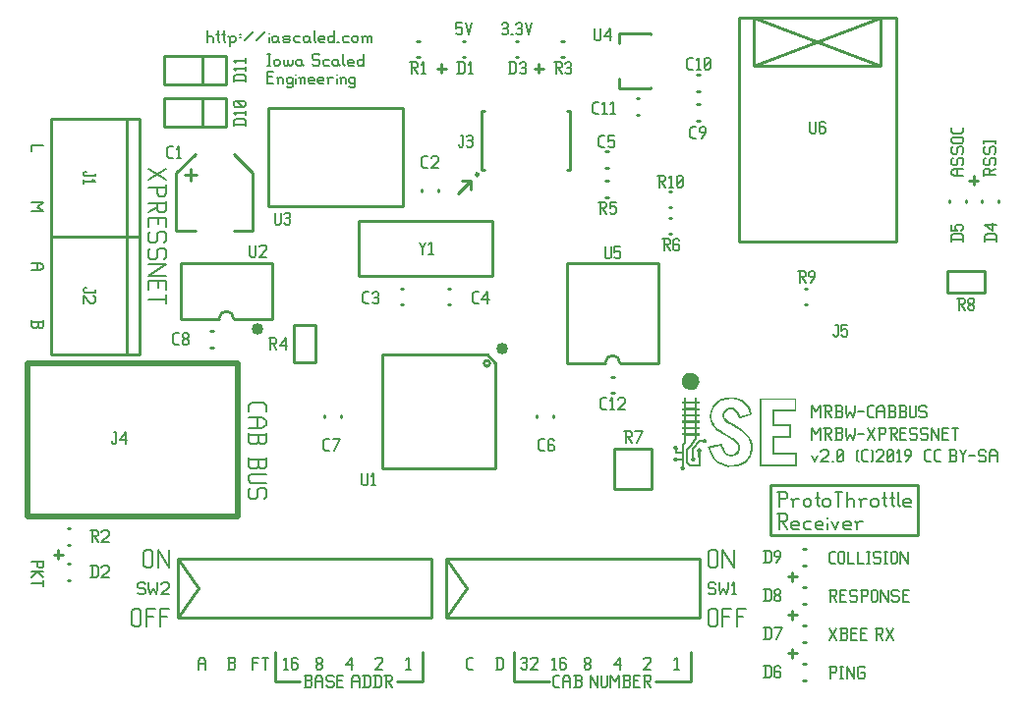
<source format=gbr>
G04 start of page 9 for group -4079 idx -4079 *
G04 Title: (unknown), topsilk *
G04 Creator: pcb 20140316 *
G04 CreationDate: Tue 26 Feb 2019 04:30:20 AM GMT UTC *
G04 For: railfan *
G04 Format: Gerber/RS-274X *
G04 PCB-Dimensions (mil): 3350.00 2300.00 *
G04 PCB-Coordinate-Origin: lower left *
%MOIN*%
%FSLAX25Y25*%
%LNTOPSILK*%
%ADD104C,0.0200*%
%ADD103C,0.0080*%
%ADD102C,0.0400*%
%ADD101C,0.0100*%
%ADD100C,0.0001*%
G54D100*G36*
X225441Y102782D02*X224556Y103069D01*
X223791Y103628D01*
X223243Y104360D01*
X222956Y105223D01*
X222918Y105863D01*
X222999Y106482D01*
X223309Y107247D01*
X223829Y107898D01*
X224676Y108473D01*
X225647Y108716D01*
X226656Y108629D01*
X227600Y108202D01*
X228153Y107697D01*
X228577Y107079D01*
X228810Y106395D01*
X228880Y105668D01*
X228772Y104941D01*
X228506Y104268D01*
X228099Y103720D01*
X227584Y103275D01*
X226982Y102955D01*
X226331Y102782D01*
X225880Y102760D01*
X225441Y102782D01*
G37*
G36*
X226607Y78623D02*X226325Y78812D01*
X226146Y79100D01*
X226141Y79534D01*
X226368Y79887D01*
X226499Y79979D01*
X226510Y80440D01*
X226515Y81552D01*
Y83126D01*
X227611Y84504D01*
X228701Y85887D01*
X230031D01*
X230117Y86007D01*
X230345Y86202D01*
X230497Y86267D01*
X230703Y86278D01*
X230904Y86272D01*
X231056Y86202D01*
X231278Y86012D01*
X231414Y85768D01*
X231430Y85486D01*
X231365Y85214D01*
X231089Y84927D01*
X230703Y84813D01*
X230145Y85062D01*
X230020Y85198D01*
X229032D01*
X228115Y84043D01*
X227204Y82887D01*
Y79990D01*
X227307Y79919D01*
X227567Y79523D01*
X227535Y79024D01*
X227150Y78650D01*
X226607Y78617D01*
Y78623D01*
G37*
G36*
X249470Y88535D02*X250110Y88540D01*
X250104Y77641D01*
X261530D01*
Y80798D01*
X253756D01*
Y87319D01*
X259441D01*
Y90488D01*
X253756D01*
Y96271D01*
X261216D01*
Y99440D01*
X250121D01*
X250110Y88540D01*
X249470Y88535D01*
Y100064D01*
X261850D01*
Y95653D01*
X254390D01*
Y91133D01*
X260071D01*
Y86723D01*
X254407D01*
X254396Y84091D01*
X254390Y81460D01*
X262154D01*
Y77022D01*
X249470D01*
Y88535D01*
G37*
G36*
X238885Y76729D02*X237067Y77071D01*
X235483Y77793D01*
X234376Y78671D01*
X233432Y79778D01*
X232570Y81341D01*
X231924Y83196D01*
X231826Y83565D01*
X234246Y84081D01*
X235179Y84281D01*
X235955Y84444D01*
X236481Y84547D01*
X236682Y84580D01*
X236736Y84368D01*
X236785Y84118D01*
X236867Y83782D01*
X237230Y82757D01*
X237745Y81932D01*
X238391Y81324D01*
X239162Y80961D01*
X239400Y80918D01*
X239796Y80901D01*
X240187Y80918D01*
X240442Y80961D01*
X241462Y81547D01*
X242021Y82583D01*
X242075Y83212D01*
X242021Y83809D01*
X242623Y83983D01*
X242661Y82567D01*
X242303Y81617D01*
X241673Y80885D01*
X240816Y80424D01*
X239780Y80256D01*
X238451Y80559D01*
X237382Y81384D01*
X236590Y82627D01*
X236389Y83153D01*
X236243Y83657D01*
X236194Y83826D01*
X236145Y83842D01*
X235993Y83815D01*
X235635Y83739D01*
X235109Y83625D01*
X234479Y83489D01*
X233329Y83245D01*
X232792Y83126D01*
X232629Y83077D01*
Y83044D01*
X232678Y82860D01*
X232803Y82491D01*
X232949Y82084D01*
X233074Y81758D01*
X234072Y79979D01*
X235358Y78650D01*
X236932Y77782D01*
X238803Y77364D01*
X239199Y77353D01*
X239747D01*
X240295Y77369D01*
X240718Y77402D01*
X242048Y77657D01*
X243209Y78091D01*
X244109Y78623D01*
X244863Y79279D01*
X245466Y80060D01*
X245932Y80966D01*
X246160Y81661D01*
X246317Y82447D01*
X246366Y83402D01*
X246317Y84336D01*
X246090Y85323D01*
X245732Y86213D01*
X245211Y87032D01*
X244527Y87813D01*
X243827Y88459D01*
X243019Y89056D01*
X241945Y89717D01*
X240453Y90547D01*
X239308Y91182D01*
X238516Y91660D01*
X237963Y92061D01*
X237534Y92463D01*
X236986Y93249D01*
X236818Y94117D01*
X236964Y95159D01*
X237398Y95973D01*
X238103Y96537D01*
X239058Y96819D01*
X239639Y96836D01*
X240214Y96770D01*
X240984Y96477D01*
X241652Y95951D01*
X242227Y95186D01*
X242721Y94166D01*
X242807Y93966D01*
X242867Y93922D01*
X243030Y93971D01*
X243409Y94074D01*
X243919Y94226D01*
X244505Y94394D01*
X245081Y94562D01*
X245580Y94714D01*
X245938Y94817D01*
X246079Y94861D01*
X246052Y94985D01*
X245965Y95262D01*
X245840Y95604D01*
X245721Y95919D01*
X245043Y97134D01*
X244153Y98138D01*
X243079Y98913D01*
X241825Y99440D01*
X240068Y99743D01*
X238147Y99657D01*
X236400Y99196D01*
X235000Y98360D01*
X234300Y97633D01*
X233758Y96749D01*
X233389Y95723D01*
X233188Y94573D01*
X233161Y93797D01*
X233199Y93087D01*
X233438Y92105D01*
X233877Y91199D01*
X234517Y90358D01*
X235380Y89566D01*
X235922Y89159D01*
X236552Y88746D01*
X237355Y88269D01*
X238440Y87661D01*
X239167Y87260D01*
X239709Y86951D01*
X240133Y86696D01*
X240507Y86457D01*
X241939Y85247D01*
X242623Y83983D01*
X242021Y83809D01*
X241424Y84878D01*
X240165Y85925D01*
X239802Y86158D01*
X239395Y86403D01*
X238879Y86696D01*
X238185Y87075D01*
X236807Y87851D01*
X235792Y88480D01*
X235017Y89045D01*
X234360Y89625D01*
X233611Y90466D01*
X233074Y91350D01*
X232656Y92533D01*
X232526Y93846D01*
X232618Y95132D01*
X232911Y96331D01*
X233671Y97855D01*
X234832Y99038D01*
X236362Y99863D01*
X238234Y100302D01*
X239693Y100384D01*
X241077Y100259D01*
X242352Y99933D01*
X243491Y99407D01*
X244630Y98561D01*
X245569Y97476D01*
X246296Y96174D01*
X246789Y94671D01*
X246849Y94416D01*
X244647Y93776D01*
X243784Y93532D01*
X243079Y93331D01*
X242601Y93201D01*
X242422Y93157D01*
X242346Y93358D01*
X242118Y93960D01*
X241858Y94535D01*
X241098Y95604D01*
X240149Y96136D01*
X239514Y96201D01*
X238863Y96152D01*
X238006Y95680D01*
X237669Y95219D01*
X237485Y94622D01*
X237447Y94139D01*
X237485Y93727D01*
X237832Y93076D01*
X238559Y92408D01*
X238912Y92164D01*
X239351Y91888D01*
X239926Y91562D01*
X240697Y91139D01*
X241565Y90667D01*
X242248Y90282D01*
X242807Y89951D01*
X243285Y89642D01*
X244511Y88714D01*
X245477Y87726D01*
X246204Y86674D01*
X246692Y85534D01*
X246968Y84162D01*
X246974Y82730D01*
X246719Y81330D01*
X246209Y80066D01*
X245412Y78948D01*
X244370Y78037D01*
X243100Y77359D01*
X241635Y76914D01*
X240257Y76740D01*
X238885Y76735D01*
Y76729D01*
G37*
G36*
X223043Y75709D02*X222647Y75980D01*
X222511Y76425D01*
X222565Y76740D01*
X222761Y76990D01*
X222891Y77104D01*
Y78986D01*
X222218D01*
X221741Y78981D01*
X221545Y78964D01*
X221453Y78840D01*
X221100Y78617D01*
X220672D01*
X220373Y78807D01*
X220189Y79100D01*
X220162Y79431D01*
X220270Y79724D01*
X220487Y79946D01*
X220802Y80066D01*
X221182Y80012D01*
X221491Y79773D01*
X221556Y79675D01*
X222224D01*
X222891Y79670D01*
Y81167D01*
X220558D01*
Y81900D01*
X220553Y82627D01*
X220455Y82697D01*
X220287Y82876D01*
X220178Y83093D01*
X220189Y83527D01*
X220373Y83815D01*
X220661Y83994D01*
X220997Y84026D01*
X221290Y83923D01*
X221513Y83701D01*
X221632Y83381D01*
X221578Y83006D01*
X221339Y82697D01*
X221242Y82627D01*
Y81851D01*
X222891D01*
Y84156D01*
X223357Y84748D01*
X223829Y85339D01*
Y87406D01*
X222918D01*
Y88193D01*
X227302D01*
Y89566D01*
X224486D01*
Y88193D01*
X223829D01*
Y89566D01*
X222918D01*
Y90325D01*
X223819D01*
Y91692D01*
X224502Y91719D01*
X224497Y91057D01*
X224491Y90586D01*
X224502Y90368D01*
X224567Y90358D01*
X224790Y90347D01*
X225224Y90341D01*
X225907Y90336D01*
X227302D01*
Y91719D01*
X224502D01*
X223819Y91692D01*
X222918D01*
Y92452D01*
X223829D01*
X224486Y92479D01*
X227302D01*
Y93852D01*
X224486D01*
Y92479D01*
X223829Y92452D01*
Y93824D01*
X222918D01*
Y94584D01*
X223819D01*
X223829Y95962D01*
X224486Y96005D01*
Y95327D01*
X224491Y94844D01*
X224508Y94627D01*
X224920Y94617D01*
X225907Y94611D01*
X227291D01*
X227296Y95300D01*
Y95316D01*
X227307Y96005D01*
X224486D01*
X223829Y95962D01*
X222918D01*
Y96722D01*
X223819D01*
Y98094D01*
X224502Y98148D01*
X224497Y97492D01*
X224491Y97015D01*
X224502Y96797D01*
X224567Y96787D01*
X224790Y96776D01*
X225224Y96770D01*
X225907Y96765D01*
X227307D01*
X227296Y97459D01*
X227291Y98148D01*
X224502D01*
X223819Y98094D01*
X222918D01*
Y98854D01*
X223829D01*
Y100096D01*
X224486D01*
Y98854D01*
X227302D01*
Y100096D01*
X227991D01*
Y98854D01*
X228902D01*
Y98094D01*
X227991D01*
Y96694D01*
X228902D01*
Y95935D01*
X227991D01*
Y94541D01*
X228902D01*
Y93781D01*
X227991D01*
Y92408D01*
X228902D01*
Y91649D01*
X227991D01*
Y90255D01*
X228902D01*
Y89495D01*
X227991D01*
Y88122D01*
X228902D01*
Y87336D01*
X227991D01*
X227985Y86750D01*
Y86158D01*
X226569Y84368D01*
X225148Y82583D01*
Y78574D01*
X226124Y77597D01*
X228544D01*
Y79719D01*
X228539Y80543D01*
Y81216D01*
X228533Y81672D01*
X228528Y81834D01*
X228403Y81927D01*
X228159Y82393D01*
X228294Y82909D01*
X228870Y83218D01*
X229472Y82947D01*
X229629Y82382D01*
X229331Y81872D01*
X229233Y81802D01*
Y76914D01*
X225842D01*
X224486Y78270D01*
Y82844D01*
X225896Y84623D01*
X227302Y86403D01*
Y87341D01*
X224486D01*
Y85003D01*
X223574Y83853D01*
Y77022D01*
X223640Y76990D01*
X223819Y76821D01*
X223949Y76588D01*
X223916Y76073D01*
X223569Y75693D01*
X223303Y75633D01*
X223043Y75644D01*
Y75709D01*
G37*
G54D101*X141500Y213500D02*Y210500D01*
X140000Y212000D02*X143000D01*
X174500Y213500D02*Y210500D01*
X173000Y212000D02*X176000D01*
G54D102*X79000Y123500D03*
G54D101*X151500Y174000D02*X147000Y169500D01*
X151500Y174000D02*Y171000D01*
X148500Y174000D02*X151500D01*
X126500Y4000D02*X135000D01*
Y14000D02*Y4000D01*
X85000D02*X93500D01*
X85000Y14000D02*Y4000D01*
X11500Y48500D02*Y45500D01*
X10000Y47000D02*X13000D01*
X166000Y4000D02*X178000D01*
X214000D02*X226000D01*
Y14000D02*Y4000D01*
X166000Y14000D02*Y4000D01*
G54D102*X162000Y117000D03*
G54D101*X303000Y53500D02*Y70500D01*
X253000D02*Y53500D01*
X303000D01*
Y70500D02*X253000D01*
X260500Y15000D02*Y12000D01*
X259000Y13500D02*X262000D01*
X260500Y28000D02*Y25000D01*
X259000Y26500D02*X262000D01*
X260500Y41000D02*Y38000D01*
X259000Y39500D02*X262000D01*
X320500Y174000D02*X323500D01*
X322000Y175500D02*Y172500D01*
G54D103*X59000Y11000D02*Y8000D01*
Y11000D02*X59700Y12000D01*
X60800D01*
X61500Y11000D01*
Y8000D01*
X59000Y10000D02*X61500D01*
X69000Y8000D02*X71000D01*
X71500Y8500D01*
Y9700D02*Y8500D01*
X71000Y10200D02*X71500Y9700D01*
X69500Y10200D02*X71000D01*
X69500Y12000D02*Y8000D01*
X69000Y12000D02*X71000D01*
X71500Y11500D01*
Y10700D01*
X71000Y10200D02*X71500Y10700D01*
X77500Y12000D02*Y8000D01*
Y12000D02*X79500D01*
X77500Y10200D02*X79000D01*
X80700Y12000D02*X82700D01*
X81700D02*Y8000D01*
X95000Y2000D02*X97000D01*
X97500Y2500D01*
Y3700D02*Y2500D01*
X97000Y4200D02*X97500Y3700D01*
X95500Y4200D02*X97000D01*
X95500Y6000D02*Y2000D01*
X95000Y6000D02*X97000D01*
X97500Y5500D01*
Y4700D01*
X97000Y4200D02*X97500Y4700D01*
X98700Y5000D02*Y2000D01*
Y5000D02*X99400Y6000D01*
X100500D01*
X101200Y5000D01*
Y2000D01*
X98700Y4000D02*X101200D01*
X104400Y6000D02*X104900Y5500D01*
X102900Y6000D02*X104400D01*
X102400Y5500D02*X102900Y6000D01*
X102400Y5500D02*Y4500D01*
X102900Y4000D01*
X104400D01*
X104900Y3500D01*
Y2500D01*
X104400Y2000D02*X104900Y2500D01*
X102900Y2000D02*X104400D01*
X102400Y2500D02*X102900Y2000D01*
X106100Y4200D02*X107600D01*
X106100Y2000D02*X108100D01*
X106100Y6000D02*Y2000D01*
Y6000D02*X108100D01*
X111100Y5000D02*Y2000D01*
Y5000D02*X111800Y6000D01*
X112900D01*
X113600Y5000D01*
Y2000D01*
X111100Y4000D02*X113600D01*
X115300Y6000D02*Y2000D01*
X116600Y6000D02*X117300Y5300D01*
Y2700D01*
X116600Y2000D02*X117300Y2700D01*
X114800Y2000D02*X116600D01*
X114800Y6000D02*X116600D01*
X119000D02*Y2000D01*
X120300Y6000D02*X121000Y5300D01*
Y2700D01*
X120300Y2000D02*X121000Y2700D01*
X118500Y2000D02*X120300D01*
X118500Y6000D02*X120300D01*
X122200D02*X124200D01*
X124700Y5500D01*
Y4500D01*
X124200Y4000D02*X124700Y4500D01*
X122700Y4000D02*X124200D01*
X122700Y6000D02*Y2000D01*
X123500Y4000D02*X124700Y2000D01*
X88000Y11200D02*X88800Y12000D01*
Y8000D01*
X88000D02*X89500D01*
X92200Y12000D02*X92700Y11500D01*
X91200Y12000D02*X92200D01*
X90700Y11500D02*X91200Y12000D01*
X90700Y11500D02*Y8500D01*
X91200Y8000D01*
X92200Y10200D02*X92700Y9700D01*
X90700Y10200D02*X92200D01*
X91200Y8000D02*X92200D01*
X92700Y8500D01*
Y9700D02*Y8500D01*
X99000D02*X99500Y8000D01*
X99000Y9300D02*Y8500D01*
Y9300D02*X99700Y10000D01*
X100300D01*
X101000Y9300D01*
Y8500D01*
X100500Y8000D02*X101000Y8500D01*
X99500Y8000D02*X100500D01*
X99000Y10700D02*X99700Y10000D01*
X99000Y11500D02*Y10700D01*
Y11500D02*X99500Y12000D01*
X100500D01*
X101000Y11500D01*
Y10700D01*
X100300Y10000D02*X101000Y10700D01*
X109000Y9500D02*X111000Y12000D01*
X109000Y9500D02*X111500D01*
X111000Y12000D02*Y8000D01*
X119000Y11500D02*X119500Y12000D01*
X121000D01*
X121500Y11500D01*
Y10500D01*
X119000Y8000D02*X121500Y10500D01*
X119000Y8000D02*X121500D01*
X129500Y11200D02*X130300Y12000D01*
Y8000D01*
X129500D02*X131000D01*
X36500Y27800D02*Y23300D01*
Y27800D02*X37250Y28550D01*
X38750D01*
X39500Y27800D01*
Y23300D01*
X38750Y22550D02*X39500Y23300D01*
X37250Y22550D02*X38750D01*
X36500Y23300D02*X37250Y22550D01*
X41300Y28550D02*Y22550D01*
Y28550D02*X44300D01*
X41300Y25850D02*X43550D01*
X46100Y28550D02*Y22550D01*
Y28550D02*X49100D01*
X46100Y25850D02*X48350D01*
X40500Y47800D02*Y43300D01*
Y47800D02*X41250Y48550D01*
X42750D01*
X43500Y47800D01*
Y43300D01*
X42750Y42550D02*X43500Y43300D01*
X41250Y42550D02*X42750D01*
X40500Y43300D02*X41250Y42550D01*
X45300Y48550D02*Y42550D01*
Y48550D02*X49050Y42550D01*
Y48550D02*Y42550D01*
X2500Y44500D02*X6500D01*
Y45000D02*Y43000D01*
X6000Y42500D01*
X5000D02*X6000D01*
X4500Y43000D02*X5000Y42500D01*
X4500Y44500D02*Y43000D01*
X2500Y41300D02*X6500D01*
X4500D02*X6500Y39300D01*
X4500Y41300D02*X2500Y39300D01*
X6500Y38100D02*Y36100D01*
X2500Y37100D02*X6500D01*
X76000Y97450D02*Y95500D01*
X77050Y98500D02*X76000Y97450D01*
X77050Y98500D02*X80950D01*
X82000Y97450D01*
Y95500D01*
X76000Y93700D02*X80500D01*
X82000Y92650D01*
Y91000D01*
X80500Y89950D01*
X76000D02*X80500D01*
X79000Y93700D02*Y89950D01*
X76000Y88150D02*Y85150D01*
X76750Y84400D01*
X78550D01*
X79300Y85150D02*X78550Y84400D01*
X79300Y87400D02*Y85150D01*
X76000Y87400D02*X82000D01*
Y88150D02*Y85150D01*
X81250Y84400D01*
X80050D02*X81250D01*
X79300Y85150D02*X80050Y84400D01*
X76000Y79900D02*Y76900D01*
X76750Y76150D01*
X78550D01*
X79300Y76900D02*X78550Y76150D01*
X79300Y79150D02*Y76900D01*
X76000Y79150D02*X82000D01*
Y79900D02*Y76900D01*
X81250Y76150D01*
X80050D02*X81250D01*
X79300Y76900D02*X80050Y76150D01*
X76750Y74350D02*X82000D01*
X76750D02*X76000Y73600D01*
Y72100D01*
X76750Y71350D01*
X82000D01*
Y66550D02*X81250Y65800D01*
X82000Y68800D02*Y66550D01*
X81250Y69550D02*X82000Y68800D01*
X79750Y69550D02*X81250D01*
X79750D02*X79000Y68800D01*
Y66550D01*
X78250Y65800D01*
X76750D02*X78250D01*
X76000Y66550D02*X76750Y65800D01*
X76000Y68800D02*Y66550D01*
X76750Y69550D02*X76000Y68800D01*
X146500Y227500D02*X148500D01*
X146500D02*Y225500D01*
X147000Y226000D01*
X148000D01*
X148500Y225500D01*
Y224000D01*
X148000Y223500D02*X148500Y224000D01*
X147000Y223500D02*X148000D01*
X146500Y224000D02*X147000Y223500D01*
X149700Y227500D02*X150700Y223500D01*
X151700Y227500D01*
X82500Y217000D02*X83500D01*
X83000D02*Y213000D01*
X82500D02*X83500D01*
X84700Y214500D02*Y213500D01*
Y214500D02*X85200Y215000D01*
X86200D01*
X86700Y214500D01*
Y213500D01*
X86200Y213000D02*X86700Y213500D01*
X85200Y213000D02*X86200D01*
X84700Y213500D02*X85200Y213000D01*
X87900Y215000D02*Y213500D01*
X88400Y213000D01*
X88900D01*
X89400Y213500D01*
Y215000D02*Y213500D01*
X89900Y213000D01*
X90400D01*
X90900Y213500D01*
Y215000D02*Y213500D01*
X93600Y215000D02*X94100Y214500D01*
X92600Y215000D02*X93600D01*
X92100Y214500D02*X92600Y215000D01*
X92100Y214500D02*Y213500D01*
X92600Y213000D01*
X94100Y215000D02*Y213500D01*
X94600Y213000D01*
X92600D02*X93600D01*
X94100Y213500D01*
X99600Y217000D02*X100100Y216500D01*
X98100Y217000D02*X99600D01*
X97600Y216500D02*X98100Y217000D01*
X97600Y216500D02*Y215500D01*
X98100Y215000D01*
X99600D01*
X100100Y214500D01*
Y213500D01*
X99600Y213000D02*X100100Y213500D01*
X98100Y213000D02*X99600D01*
X97600Y213500D02*X98100Y213000D01*
X101800Y215000D02*X103300D01*
X101300Y214500D02*X101800Y215000D01*
X101300Y214500D02*Y213500D01*
X101800Y213000D01*
X103300D01*
X106000Y215000D02*X106500Y214500D01*
X105000Y215000D02*X106000D01*
X104500Y214500D02*X105000Y215000D01*
X104500Y214500D02*Y213500D01*
X105000Y213000D01*
X106500Y215000D02*Y213500D01*
X107000Y213000D01*
X105000D02*X106000D01*
X106500Y213500D01*
X108200Y217000D02*Y213500D01*
X108700Y213000D01*
X110200D02*X111700D01*
X109700Y213500D02*X110200Y213000D01*
X109700Y214500D02*Y213500D01*
Y214500D02*X110200Y215000D01*
X111200D01*
X111700Y214500D01*
X109700Y214000D02*X111700D01*
Y214500D02*Y214000D01*
X114900Y217000D02*Y213000D01*
X114400D02*X114900Y213500D01*
X113400Y213000D02*X114400D01*
X112900Y213500D02*X113400Y213000D01*
X112900Y214500D02*Y213500D01*
Y214500D02*X113400Y215000D01*
X114400D01*
X114900Y214500D01*
X82500Y209200D02*X84000D01*
X82500Y207000D02*X84500D01*
X82500Y211000D02*Y207000D01*
Y211000D02*X84500D01*
X86200Y208500D02*Y207000D01*
Y208500D02*X86700Y209000D01*
X87200D01*
X87700Y208500D01*
Y207000D01*
X85700Y209000D02*X86200Y208500D01*
X90400Y209000D02*X90900Y208500D01*
X89400Y209000D02*X90400D01*
X88900Y208500D02*X89400Y209000D01*
X88900Y208500D02*Y207500D01*
X89400Y207000D01*
X90400D01*
X90900Y207500D01*
X88900Y206000D02*X89400Y205500D01*
X90400D01*
X90900Y206000D01*
Y209000D02*Y206000D01*
X92100Y210000D02*Y209900D01*
Y208500D02*Y207000D01*
X93600Y208500D02*Y207000D01*
Y208500D02*X94100Y209000D01*
X94600D01*
X95100Y208500D01*
Y207000D01*
X93100Y209000D02*X93600Y208500D01*
X96800Y207000D02*X98300D01*
X96300Y207500D02*X96800Y207000D01*
X96300Y208500D02*Y207500D01*
Y208500D02*X96800Y209000D01*
X97800D01*
X98300Y208500D01*
X96300Y208000D02*X98300D01*
Y208500D02*Y208000D01*
X100000Y207000D02*X101500D01*
X99500Y207500D02*X100000Y207000D01*
X99500Y208500D02*Y207500D01*
Y208500D02*X100000Y209000D01*
X101000D01*
X101500Y208500D01*
X99500Y208000D02*X101500D01*
Y208500D02*Y208000D01*
X103200Y208500D02*Y207000D01*
Y208500D02*X103700Y209000D01*
X104700D01*
X102700D02*X103200Y208500D01*
X105900Y210000D02*Y209900D01*
Y208500D02*Y207000D01*
X107400Y208500D02*Y207000D01*
Y208500D02*X107900Y209000D01*
X108400D01*
X108900Y208500D01*
Y207000D01*
X106900Y209000D02*X107400Y208500D01*
X111600Y209000D02*X112100Y208500D01*
X110600Y209000D02*X111600D01*
X110100Y208500D02*X110600Y209000D01*
X110100Y208500D02*Y207500D01*
X110600Y207000D01*
X111600D01*
X112100Y207500D01*
X110100Y206000D02*X110600Y205500D01*
X111600D01*
X112100Y206000D01*
Y209000D02*Y206000D01*
X2500Y186000D02*X6500D01*
X2500D02*Y184000D01*
Y166500D02*X6500D01*
X4500Y165000D01*
X6500Y163500D01*
X2500D02*X6500D01*
X2500Y146000D02*X5500D01*
X6500Y145300D01*
Y144200D01*
X5500Y143500D01*
X2500D02*X5500D01*
X4500Y146000D02*Y143500D01*
X2500Y126500D02*Y124500D01*
X3000Y124000D01*
X4200D01*
X4700Y124500D02*X4200Y124000D01*
X4700Y126000D02*Y124500D01*
X2500Y126000D02*X6500D01*
Y126500D02*Y124500D01*
X6000Y124000D01*
X5200D02*X6000D01*
X4700Y124500D02*X5200Y124000D01*
X42000Y178000D02*X48000Y174250D01*
Y178000D02*X42000Y174250D01*
Y171700D02*X48000D01*
Y172450D02*Y169450D01*
X47250Y168700D01*
X45750D02*X47250D01*
X45000Y169450D02*X45750Y168700D01*
X45000Y171700D02*Y169450D01*
X48000Y166900D02*Y163900D01*
X47250Y163150D01*
X45750D02*X47250D01*
X45000Y163900D02*X45750Y163150D01*
X45000Y166150D02*Y163900D01*
X42000Y166150D02*X48000D01*
X45000Y164950D02*X42000Y163150D01*
X45300Y161350D02*Y159100D01*
X42000Y161350D02*Y158350D01*
Y161350D02*X48000D01*
Y158350D01*
Y153550D02*X47250Y152800D01*
X48000Y155800D02*Y153550D01*
X47250Y156550D02*X48000Y155800D01*
X45750Y156550D02*X47250D01*
X45750D02*X45000Y155800D01*
Y153550D01*
X44250Y152800D01*
X42750D02*X44250D01*
X42000Y153550D02*X42750Y152800D01*
X42000Y155800D02*Y153550D01*
X42750Y156550D02*X42000Y155800D01*
X48000Y148000D02*X47250Y147250D01*
X48000Y150250D02*Y148000D01*
X47250Y151000D02*X48000Y150250D01*
X45750Y151000D02*X47250D01*
X45750D02*X45000Y150250D01*
Y148000D01*
X44250Y147250D01*
X42750D02*X44250D01*
X42000Y148000D02*X42750Y147250D01*
X42000Y150250D02*Y148000D01*
X42750Y151000D02*X42000Y150250D01*
Y145450D02*X48000D01*
X42000Y141700D01*
X48000D01*
X45300Y139900D02*Y137650D01*
X42000Y139900D02*Y136900D01*
Y139900D02*X48000D01*
Y136900D01*
Y135100D02*Y132100D01*
X42000Y133600D02*X48000D01*
X161957Y227000D02*X162457Y227500D01*
X163457D01*
X163957Y227000D01*
X163457Y223500D02*X163957Y224000D01*
X162457Y223500D02*X163457D01*
X161957Y224000D02*X162457Y223500D01*
Y225700D02*X163457D01*
X163957Y227000D02*Y226200D01*
Y225200D02*Y224000D01*
Y225200D02*X163457Y225700D01*
X163957Y226200D02*X163457Y225700D01*
X165157Y223500D02*X165657D01*
X166857Y227000D02*X167357Y227500D01*
X168357D01*
X168857Y227000D01*
X168357Y223500D02*X168857Y224000D01*
X167357Y223500D02*X168357D01*
X166857Y224000D02*X167357Y223500D01*
Y225700D02*X168357D01*
X168857Y227000D02*Y226200D01*
Y225200D02*Y224000D01*
Y225200D02*X168357Y225700D01*
X168857Y226200D02*X168357Y225700D01*
X170057Y227500D02*X171057Y223500D01*
X172057Y227500D01*
X62000Y225000D02*Y221000D01*
Y222500D02*X62500Y223000D01*
X63500D01*
X64000Y222500D01*
Y221000D01*
X65700Y225000D02*Y221500D01*
X66200Y221000D01*
X65200Y223500D02*X66200D01*
X67700Y225000D02*Y221500D01*
X68200Y221000D01*
X67200Y223500D02*X68200D01*
X69700Y222500D02*Y219500D01*
X69200Y223000D02*X69700Y222500D01*
X70200Y223000D01*
X71200D01*
X71700Y222500D01*
Y221500D01*
X71200Y221000D02*X71700Y221500D01*
X70200Y221000D02*X71200D01*
X69700Y221500D02*X70200Y221000D01*
X72900Y223500D02*X73400D01*
X72900Y222500D02*X73400D01*
X74600Y221500D02*X77600Y224500D01*
X78800Y221500D02*X81800Y224500D01*
X83000Y224000D02*Y223900D01*
Y222500D02*Y221000D01*
X85500Y223000D02*X86000Y222500D01*
X84500Y223000D02*X85500D01*
X84000Y222500D02*X84500Y223000D01*
X84000Y222500D02*Y221500D01*
X84500Y221000D01*
X86000Y223000D02*Y221500D01*
X86500Y221000D01*
X84500D02*X85500D01*
X86000Y221500D01*
X88200Y221000D02*X89700D01*
X90200Y221500D01*
X89700Y222000D02*X90200Y221500D01*
X88200Y222000D02*X89700D01*
X87700Y222500D02*X88200Y222000D01*
X87700Y222500D02*X88200Y223000D01*
X89700D01*
X90200Y222500D01*
X87700Y221500D02*X88200Y221000D01*
X91900Y223000D02*X93400D01*
X91400Y222500D02*X91900Y223000D01*
X91400Y222500D02*Y221500D01*
X91900Y221000D01*
X93400D01*
X96100Y223000D02*X96600Y222500D01*
X95100Y223000D02*X96100D01*
X94600Y222500D02*X95100Y223000D01*
X94600Y222500D02*Y221500D01*
X95100Y221000D01*
X96600Y223000D02*Y221500D01*
X97100Y221000D01*
X95100D02*X96100D01*
X96600Y221500D01*
X98300Y225000D02*Y221500D01*
X98800Y221000D01*
X100300D02*X101800D01*
X99800Y221500D02*X100300Y221000D01*
X99800Y222500D02*Y221500D01*
Y222500D02*X100300Y223000D01*
X101300D01*
X101800Y222500D01*
X99800Y222000D02*X101800D01*
Y222500D02*Y222000D01*
X105000Y225000D02*Y221000D01*
X104500D02*X105000Y221500D01*
X103500Y221000D02*X104500D01*
X103000Y221500D02*X103500Y221000D01*
X103000Y222500D02*Y221500D01*
Y222500D02*X103500Y223000D01*
X104500D01*
X105000Y222500D01*
X106200Y221000D02*X106700D01*
X108400Y223000D02*X109900D01*
X107900Y222500D02*X108400Y223000D01*
X107900Y222500D02*Y221500D01*
X108400Y221000D01*
X109900D01*
X111100Y222500D02*Y221500D01*
Y222500D02*X111600Y223000D01*
X112600D01*
X113100Y222500D01*
Y221500D01*
X112600Y221000D02*X113100Y221500D01*
X111600Y221000D02*X112600D01*
X111100Y221500D02*X111600Y221000D01*
X114800Y222500D02*Y221000D01*
Y222500D02*X115300Y223000D01*
X115800D01*
X116300Y222500D01*
Y221000D01*
Y222500D02*X116800Y223000D01*
X117300D01*
X117800Y222500D01*
Y221000D01*
X114300Y223000D02*X114800Y222500D01*
X160500Y12000D02*Y8000D01*
X161800Y12000D02*X162500Y11300D01*
Y8700D01*
X161800Y8000D02*X162500Y8700D01*
X160000Y8000D02*X161800D01*
X160000Y12000D02*X161800D01*
X168500Y11500D02*X169000Y12000D01*
X170000D01*
X170500Y11500D01*
X170000Y8000D02*X170500Y8500D01*
X169000Y8000D02*X170000D01*
X168500Y8500D02*X169000Y8000D01*
Y10200D02*X170000D01*
X170500Y11500D02*Y10700D01*
Y9700D02*Y8500D01*
Y9700D02*X170000Y10200D01*
X170500Y10700D02*X170000Y10200D01*
X171700Y11500D02*X172200Y12000D01*
X173700D01*
X174200Y11500D01*
Y10500D01*
X171700Y8000D02*X174200Y10500D01*
X171700Y8000D02*X174200D01*
X179000Y11200D02*X179800Y12000D01*
Y8000D01*
X179000D02*X180500D01*
X183200Y12000D02*X183700Y11500D01*
X182200Y12000D02*X183200D01*
X181700Y11500D02*X182200Y12000D01*
X181700Y11500D02*Y8500D01*
X182200Y8000D01*
X183200Y10200D02*X183700Y9700D01*
X181700Y10200D02*X183200D01*
X182200Y8000D02*X183200D01*
X183700Y8500D01*
Y9700D02*Y8500D01*
X150700Y8000D02*X152000D01*
X150000Y8700D02*X150700Y8000D01*
X150000Y11300D02*Y8700D01*
Y11300D02*X150700Y12000D01*
X152000D01*
X180200Y2000D02*X181500D01*
X179500Y2700D02*X180200Y2000D01*
X179500Y5300D02*Y2700D01*
Y5300D02*X180200Y6000D01*
X181500D01*
X182700Y5000D02*Y2000D01*
Y5000D02*X183400Y6000D01*
X184500D01*
X185200Y5000D01*
Y2000D01*
X182700Y4000D02*X185200D01*
X186400Y2000D02*X188400D01*
X188900Y2500D01*
Y3700D02*Y2500D01*
X188400Y4200D02*X188900Y3700D01*
X186900Y4200D02*X188400D01*
X186900Y6000D02*Y2000D01*
X186400Y6000D02*X188400D01*
X188900Y5500D01*
Y4700D01*
X188400Y4200D02*X188900Y4700D01*
X191900Y6000D02*Y2000D01*
Y6000D02*X194400Y2000D01*
Y6000D02*Y2000D01*
X195600Y6000D02*Y2500D01*
X196100Y2000D01*
X197100D01*
X197600Y2500D01*
Y6000D02*Y2500D01*
X198800Y6000D02*Y2000D01*
Y6000D02*X200300Y4000D01*
X201800Y6000D01*
Y2000D01*
X203000D02*X205000D01*
X205500Y2500D01*
Y3700D02*Y2500D01*
X205000Y4200D02*X205500Y3700D01*
X203500Y4200D02*X205000D01*
X203500Y6000D02*Y2000D01*
X203000Y6000D02*X205000D01*
X205500Y5500D01*
Y4700D01*
X205000Y4200D02*X205500Y4700D01*
X206700Y4200D02*X208200D01*
X206700Y2000D02*X208700D01*
X206700Y6000D02*Y2000D01*
Y6000D02*X208700D01*
X209900D02*X211900D01*
X212400Y5500D01*
Y4500D01*
X211900Y4000D02*X212400Y4500D01*
X210400Y4000D02*X211900D01*
X210400Y6000D02*Y2000D01*
X211200Y4000D02*X212400Y2000D01*
X190000Y8500D02*X190500Y8000D01*
X190000Y9300D02*Y8500D01*
Y9300D02*X190700Y10000D01*
X191300D01*
X192000Y9300D01*
Y8500D01*
X191500Y8000D02*X192000Y8500D01*
X190500Y8000D02*X191500D01*
X190000Y10700D02*X190700Y10000D01*
X190000Y11500D02*Y10700D01*
Y11500D02*X190500Y12000D01*
X191500D01*
X192000Y11500D01*
Y10700D01*
X191300Y10000D02*X192000Y10700D01*
X200000Y9500D02*X202000Y12000D01*
X200000Y9500D02*X202500D01*
X202000Y12000D02*Y8000D01*
X220500Y11200D02*X221300Y12000D01*
Y8000D01*
X220500D02*X222000D01*
X210000Y11500D02*X210500Y12000D01*
X212000D01*
X212500Y11500D01*
Y10500D01*
X210000Y8000D02*X212500Y10500D01*
X210000Y8000D02*X212500D01*
X273500Y9000D02*Y5000D01*
X273000Y9000D02*X275000D01*
X275500Y8500D01*
Y7500D01*
X275000Y7000D02*X275500Y7500D01*
X273500Y7000D02*X275000D01*
X276700Y9000D02*X277700D01*
X277200D02*Y5000D01*
X276700D02*X277700D01*
X278900Y9000D02*Y5000D01*
Y9000D02*X281400Y5000D01*
Y9000D02*Y5000D01*
X284600Y9000D02*X285100Y8500D01*
X283100Y9000D02*X284600D01*
X282600Y8500D02*X283100Y9000D01*
X282600Y8500D02*Y5500D01*
X283100Y5000D01*
X284600D01*
X285100Y5500D01*
Y6500D02*Y5500D01*
X284600Y7000D02*X285100Y6500D01*
X283600Y7000D02*X284600D01*
X232000Y27800D02*Y23300D01*
Y27800D02*X232750Y28550D01*
X234250D01*
X235000Y27800D01*
Y23300D01*
X234250Y22550D02*X235000Y23300D01*
X232750Y22550D02*X234250D01*
X232000Y23300D02*X232750Y22550D01*
X236800Y28550D02*Y22550D01*
Y28550D02*X239800D01*
X236800Y25850D02*X239050D01*
X241600Y28550D02*Y22550D01*
Y28550D02*X244600D01*
X241600Y25850D02*X243850D01*
X273000Y18000D02*X275500Y22000D01*
X273000D02*X275500Y18000D01*
X276700D02*X278700D01*
X279200Y18500D01*
Y19700D02*Y18500D01*
X278700Y20200D02*X279200Y19700D01*
X277200Y20200D02*X278700D01*
X277200Y22000D02*Y18000D01*
X276700Y22000D02*X278700D01*
X279200Y21500D01*
Y20700D01*
X278700Y20200D02*X279200Y20700D01*
X280400Y20200D02*X281900D01*
X280400Y18000D02*X282400D01*
X280400Y22000D02*Y18000D01*
Y22000D02*X282400D01*
X283600Y20200D02*X285100D01*
X283600Y18000D02*X285600D01*
X283600Y22000D02*Y18000D01*
Y22000D02*X285600D01*
X288600D02*X290600D01*
X291100Y21500D01*
Y20500D01*
X290600Y20000D02*X291100Y20500D01*
X289100Y20000D02*X290600D01*
X289100Y22000D02*Y18000D01*
X289900Y20000D02*X291100Y18000D01*
X292300D02*X294800Y22000D01*
X292300D02*X294800Y18000D01*
X232000Y47800D02*Y43300D01*
Y47800D02*X232750Y48550D01*
X234250D01*
X235000Y47800D01*
Y43300D01*
X234250Y42550D02*X235000Y43300D01*
X232750Y42550D02*X234250D01*
X232000Y43300D02*X232750Y42550D01*
X236800Y48550D02*Y42550D01*
Y48550D02*X240550Y42550D01*
Y48550D02*Y42550D01*
X255500Y60780D02*X258040D01*
X258675Y60145D01*
Y58875D01*
X258040Y58240D02*X258675Y58875D01*
X256135Y58240D02*X258040D01*
X256135Y60780D02*Y55700D01*
X257151Y58240D02*X258675Y55700D01*
X260834D02*X262739D01*
X260199Y56335D02*X260834Y55700D01*
X260199Y57605D02*Y56335D01*
Y57605D02*X260834Y58240D01*
X262104D01*
X262739Y57605D01*
X260199Y56970D02*X262739D01*
Y57605D02*Y56970D01*
X264898Y58240D02*X266803D01*
X264263Y57605D02*X264898Y58240D01*
X264263Y57605D02*Y56335D01*
X264898Y55700D01*
X266803D01*
X268962D02*X270867D01*
X268327Y56335D02*X268962Y55700D01*
X268327Y57605D02*Y56335D01*
Y57605D02*X268962Y58240D01*
X270232D01*
X270867Y57605D01*
X268327Y56970D02*X270867D01*
Y57605D02*Y56970D01*
X272391Y59510D02*Y59383D01*
Y57605D02*Y55700D01*
X273661Y58240D02*X274931Y55700D01*
X276201Y58240D02*X274931Y55700D01*
X278360D02*X280265D01*
X277725Y56335D02*X278360Y55700D01*
X277725Y57605D02*Y56335D01*
Y57605D02*X278360Y58240D01*
X279630D01*
X280265Y57605D01*
X277725Y56970D02*X280265D01*
Y57605D02*Y56970D01*
X282424Y57605D02*Y55700D01*
Y57605D02*X283059Y58240D01*
X284329D01*
X281789D02*X282424Y57605D01*
X256135Y68280D02*Y63200D01*
X255500Y68280D02*X258040D01*
X258675Y67645D01*
Y66375D01*
X258040Y65740D02*X258675Y66375D01*
X256135Y65740D02*X258040D01*
X260834Y65105D02*Y63200D01*
Y65105D02*X261469Y65740D01*
X262739D01*
X260199D02*X260834Y65105D01*
X264263D02*Y63835D01*
Y65105D02*X264898Y65740D01*
X266168D01*
X266803Y65105D01*
Y63835D01*
X266168Y63200D02*X266803Y63835D01*
X264898Y63200D02*X266168D01*
X264263Y63835D02*X264898Y63200D01*
X268962Y68280D02*Y63835D01*
X269597Y63200D01*
X268327Y66375D02*X269597D01*
X270867Y65105D02*Y63835D01*
Y65105D02*X271502Y65740D01*
X272772D01*
X273407Y65105D01*
Y63835D01*
X272772Y63200D02*X273407Y63835D01*
X271502Y63200D02*X272772D01*
X270867Y63835D02*X271502Y63200D01*
X274931Y68280D02*X277471D01*
X276201D02*Y63200D01*
X278995Y68280D02*Y63200D01*
Y65105D02*X279630Y65740D01*
X280900D01*
X281535Y65105D01*
Y63200D01*
X283694Y65105D02*Y63200D01*
Y65105D02*X284329Y65740D01*
X285599D01*
X283059D02*X283694Y65105D01*
X287123D02*Y63835D01*
Y65105D02*X287758Y65740D01*
X289028D01*
X289663Y65105D01*
Y63835D01*
X289028Y63200D02*X289663Y63835D01*
X287758Y63200D02*X289028D01*
X287123Y63835D02*X287758Y63200D01*
X291822Y68280D02*Y63835D01*
X292457Y63200D01*
X291187Y66375D02*X292457D01*
X294362Y68280D02*Y63835D01*
X294997Y63200D01*
X293727Y66375D02*X294997D01*
X296267Y68280D02*Y63835D01*
X296902Y63200D01*
X298807D02*X300712D01*
X298172Y63835D02*X298807Y63200D01*
X298172Y65105D02*Y63835D01*
Y65105D02*X298807Y65740D01*
X300077D01*
X300712Y65105D01*
X298172Y64470D02*X300712D01*
Y65105D02*Y64470D01*
X273700Y44000D02*X275000D01*
X273000Y44700D02*X273700Y44000D01*
X273000Y47300D02*Y44700D01*
Y47300D02*X273700Y48000D01*
X275000D01*
X276200Y47500D02*Y44500D01*
Y47500D02*X276700Y48000D01*
X277700D01*
X278200Y47500D01*
Y44500D01*
X277700Y44000D02*X278200Y44500D01*
X276700Y44000D02*X277700D01*
X276200Y44500D02*X276700Y44000D01*
X279400Y48000D02*Y44000D01*
X281400D01*
X282600Y48000D02*Y44000D01*
X284600D01*
X285800Y48000D02*X286800D01*
X286300D02*Y44000D01*
X285800D02*X286800D01*
X290000Y48000D02*X290500Y47500D01*
X288500Y48000D02*X290000D01*
X288000Y47500D02*X288500Y48000D01*
X288000Y47500D02*Y46500D01*
X288500Y46000D01*
X290000D01*
X290500Y45500D01*
Y44500D01*
X290000Y44000D02*X290500Y44500D01*
X288500Y44000D02*X290000D01*
X288000Y44500D02*X288500Y44000D01*
X291700Y48000D02*X292700D01*
X292200D02*Y44000D01*
X291700D02*X292700D01*
X293900Y47500D02*Y44500D01*
Y47500D02*X294400Y48000D01*
X295400D01*
X295900Y47500D01*
Y44500D01*
X295400Y44000D02*X295900Y44500D01*
X294400Y44000D02*X295400D01*
X293900Y44500D02*X294400Y44000D01*
X297100Y48000D02*Y44000D01*
Y48000D02*X299600Y44000D01*
Y48000D02*Y44000D01*
X273000Y35000D02*X275000D01*
X275500Y34500D01*
Y33500D01*
X275000Y33000D02*X275500Y33500D01*
X273500Y33000D02*X275000D01*
X273500Y35000D02*Y31000D01*
X274300Y33000D02*X275500Y31000D01*
X276700Y33200D02*X278200D01*
X276700Y31000D02*X278700D01*
X276700Y35000D02*Y31000D01*
Y35000D02*X278700D01*
X281900D02*X282400Y34500D01*
X280400Y35000D02*X281900D01*
X279900Y34500D02*X280400Y35000D01*
X279900Y34500D02*Y33500D01*
X280400Y33000D01*
X281900D01*
X282400Y32500D01*
Y31500D01*
X281900Y31000D02*X282400Y31500D01*
X280400Y31000D02*X281900D01*
X279900Y31500D02*X280400Y31000D01*
X284100Y35000D02*Y31000D01*
X283600Y35000D02*X285600D01*
X286100Y34500D01*
Y33500D01*
X285600Y33000D02*X286100Y33500D01*
X284100Y33000D02*X285600D01*
X287300Y34500D02*Y31500D01*
Y34500D02*X287800Y35000D01*
X288800D01*
X289300Y34500D01*
Y31500D01*
X288800Y31000D02*X289300Y31500D01*
X287800Y31000D02*X288800D01*
X287300Y31500D02*X287800Y31000D01*
X290500Y35000D02*Y31000D01*
Y35000D02*X293000Y31000D01*
Y35000D02*Y31000D01*
X296200Y35000D02*X296700Y34500D01*
X294700Y35000D02*X296200D01*
X294200Y34500D02*X294700Y35000D01*
X294200Y34500D02*Y33500D01*
X294700Y33000D01*
X296200D01*
X296700Y32500D01*
Y31500D01*
X296200Y31000D02*X296700Y31500D01*
X294700Y31000D02*X296200D01*
X294200Y31500D02*X294700Y31000D01*
X297900Y33200D02*X299400D01*
X297900Y31000D02*X299900D01*
X297900Y35000D02*Y31000D01*
Y35000D02*X299900D01*
X325500Y177500D02*Y175500D01*
Y177500D02*X326000Y178000D01*
X327000D01*
X327500Y177500D02*X327000Y178000D01*
X327500Y177500D02*Y176000D01*
X325500D02*X329500D01*
X327500Y176800D02*X329500Y178000D01*
X325500Y181200D02*X326000Y181700D01*
X325500Y181200D02*Y179700D01*
X326000Y179200D02*X325500Y179700D01*
X326000Y179200D02*X327000D01*
X327500Y179700D01*
Y181200D02*Y179700D01*
Y181200D02*X328000Y181700D01*
X329000D01*
X329500Y181200D02*X329000Y181700D01*
X329500Y181200D02*Y179700D01*
X329000Y179200D02*X329500Y179700D01*
X325500Y184900D02*X326000Y185400D01*
X325500Y184900D02*Y183400D01*
X326000Y182900D02*X325500Y183400D01*
X326000Y182900D02*X327000D01*
X327500Y183400D01*
Y184900D02*Y183400D01*
Y184900D02*X328000Y185400D01*
X329000D01*
X329500Y184900D02*X329000Y185400D01*
X329500Y184900D02*Y183400D01*
X329000Y182900D02*X329500Y183400D01*
X325500Y187600D02*Y186600D01*
Y187100D02*X329500D01*
Y187600D02*Y186600D01*
X315500Y175500D02*X318500D01*
X315500D02*X314500Y176200D01*
Y177300D02*Y176200D01*
Y177300D02*X315500Y178000D01*
X318500D01*
X316500D02*Y175500D01*
X314500Y181200D02*X315000Y181700D01*
X314500Y181200D02*Y179700D01*
X315000Y179200D02*X314500Y179700D01*
X315000Y179200D02*X316000D01*
X316500Y179700D01*
Y181200D02*Y179700D01*
Y181200D02*X317000Y181700D01*
X318000D01*
X318500Y181200D02*X318000Y181700D01*
X318500Y181200D02*Y179700D01*
X318000Y179200D02*X318500Y179700D01*
X314500Y184900D02*X315000Y185400D01*
X314500Y184900D02*Y183400D01*
X315000Y182900D02*X314500Y183400D01*
X315000Y182900D02*X316000D01*
X316500Y183400D01*
Y184900D02*Y183400D01*
Y184900D02*X317000Y185400D01*
X318000D01*
X318500Y184900D02*X318000Y185400D01*
X318500Y184900D02*Y183400D01*
X318000Y182900D02*X318500Y183400D01*
X315000Y186600D02*X318000D01*
X315000D02*X314500Y187100D01*
Y188100D02*Y187100D01*
Y188100D02*X315000Y188600D01*
X318000D01*
X318500Y188100D02*X318000Y188600D01*
X318500Y188100D02*Y187100D01*
X318000Y186600D02*X318500Y187100D01*
Y191800D02*Y190500D01*
X317800Y189800D02*X318500Y190500D01*
X315200Y189800D02*X317800D01*
X315200D02*X314500Y190500D01*
Y191800D02*Y190500D01*
X267000Y80500D02*X268000Y78500D01*
X269000Y80500D02*X268000Y78500D01*
X270200Y82000D02*X270700Y82500D01*
X272200D01*
X272700Y82000D01*
Y81000D01*
X270200Y78500D02*X272700Y81000D01*
X270200Y78500D02*X272700D01*
X273900D02*X274400D01*
X275600Y79000D02*X276100Y78500D01*
X275600Y82000D02*Y79000D01*
Y82000D02*X276100Y82500D01*
X277100D01*
X277600Y82000D01*
Y79000D01*
X277100Y78500D02*X277600Y79000D01*
X276100Y78500D02*X277100D01*
X275600Y79500D02*X277600Y81500D01*
X282400Y79000D02*X282900Y78500D01*
X282400Y82000D02*X282900Y82500D01*
X282400Y82000D02*Y79000D01*
X284800Y78500D02*X286100D01*
X284100Y79200D02*X284800Y78500D01*
X284100Y81800D02*Y79200D01*
Y81800D02*X284800Y82500D01*
X286100D01*
X287300D02*X287800Y82000D01*
Y79000D01*
X287300Y78500D02*X287800Y79000D01*
X289000Y82000D02*X289500Y82500D01*
X291000D01*
X291500Y82000D01*
Y81000D01*
X289000Y78500D02*X291500Y81000D01*
X289000Y78500D02*X291500D01*
X292700Y79000D02*X293200Y78500D01*
X292700Y82000D02*Y79000D01*
Y82000D02*X293200Y82500D01*
X294200D01*
X294700Y82000D01*
Y79000D01*
X294200Y78500D02*X294700Y79000D01*
X293200Y78500D02*X294200D01*
X292700Y79500D02*X294700Y81500D01*
X295900Y81700D02*X296700Y82500D01*
Y78500D01*
X295900D02*X297400D01*
X299100D02*X300600Y80500D01*
Y82000D02*Y80500D01*
X300100Y82500D02*X300600Y82000D01*
X299100Y82500D02*X300100D01*
X298600Y82000D02*X299100Y82500D01*
X298600Y82000D02*Y81000D01*
X299100Y80500D01*
X300600D01*
X306100Y78500D02*X307400D01*
X305400Y79200D02*X306100Y78500D01*
X305400Y81800D02*Y79200D01*
Y81800D02*X306100Y82500D01*
X307400D01*
X309300Y78500D02*X310600D01*
X308600Y79200D02*X309300Y78500D01*
X308600Y81800D02*Y79200D01*
Y81800D02*X309300Y82500D01*
X310600D01*
X313600Y78500D02*X315600D01*
X316100Y79000D01*
Y80200D02*Y79000D01*
X315600Y80700D02*X316100Y80200D01*
X314100Y80700D02*X315600D01*
X314100Y82500D02*Y78500D01*
X313600Y82500D02*X315600D01*
X316100Y82000D01*
Y81200D01*
X315600Y80700D02*X316100Y81200D01*
X317300Y82500D02*X318300Y80500D01*
X319300Y82500D01*
X318300Y80500D02*Y78500D01*
X320500Y80500D02*X322500D01*
X325700Y82500D02*X326200Y82000D01*
X324200Y82500D02*X325700D01*
X323700Y82000D02*X324200Y82500D01*
X323700Y82000D02*Y81000D01*
X324200Y80500D01*
X325700D01*
X326200Y80000D01*
Y79000D01*
X325700Y78500D02*X326200Y79000D01*
X324200Y78500D02*X325700D01*
X323700Y79000D02*X324200Y78500D01*
X327400Y81500D02*Y78500D01*
Y81500D02*X328100Y82500D01*
X329200D01*
X329900Y81500D01*
Y78500D01*
X327400Y80500D02*X329900D01*
X267000Y90000D02*Y86000D01*
Y90000D02*X268500Y88000D01*
X270000Y90000D01*
Y86000D01*
X271200Y90000D02*X273200D01*
X273700Y89500D01*
Y88500D01*
X273200Y88000D02*X273700Y88500D01*
X271700Y88000D02*X273200D01*
X271700Y90000D02*Y86000D01*
X272500Y88000D02*X273700Y86000D01*
X274900D02*X276900D01*
X277400Y86500D01*
Y87700D02*Y86500D01*
X276900Y88200D02*X277400Y87700D01*
X275400Y88200D02*X276900D01*
X275400Y90000D02*Y86000D01*
X274900Y90000D02*X276900D01*
X277400Y89500D01*
Y88700D01*
X276900Y88200D02*X277400Y88700D01*
X278600Y90000D02*Y88000D01*
X279100Y86000D01*
X280100Y88000D01*
X281100Y86000D01*
X281600Y88000D01*
Y90000D02*Y88000D01*
X282800D02*X284800D01*
X286000Y86000D02*X288500Y90000D01*
X286000D02*X288500Y86000D01*
X290200Y90000D02*Y86000D01*
X289700Y90000D02*X291700D01*
X292200Y89500D01*
Y88500D01*
X291700Y88000D02*X292200Y88500D01*
X290200Y88000D02*X291700D01*
X293400Y90000D02*X295400D01*
X295900Y89500D01*
Y88500D01*
X295400Y88000D02*X295900Y88500D01*
X293900Y88000D02*X295400D01*
X293900Y90000D02*Y86000D01*
X294700Y88000D02*X295900Y86000D01*
X297100Y88200D02*X298600D01*
X297100Y86000D02*X299100D01*
X297100Y90000D02*Y86000D01*
Y90000D02*X299100D01*
X302300D02*X302800Y89500D01*
X300800Y90000D02*X302300D01*
X300300Y89500D02*X300800Y90000D01*
X300300Y89500D02*Y88500D01*
X300800Y88000D01*
X302300D01*
X302800Y87500D01*
Y86500D01*
X302300Y86000D02*X302800Y86500D01*
X300800Y86000D02*X302300D01*
X300300Y86500D02*X300800Y86000D01*
X306000Y90000D02*X306500Y89500D01*
X304500Y90000D02*X306000D01*
X304000Y89500D02*X304500Y90000D01*
X304000Y89500D02*Y88500D01*
X304500Y88000D01*
X306000D01*
X306500Y87500D01*
Y86500D01*
X306000Y86000D02*X306500Y86500D01*
X304500Y86000D02*X306000D01*
X304000Y86500D02*X304500Y86000D01*
X307700Y90000D02*Y86000D01*
Y90000D02*X310200Y86000D01*
Y90000D02*Y86000D01*
X311400Y88200D02*X312900D01*
X311400Y86000D02*X313400D01*
X311400Y90000D02*Y86000D01*
Y90000D02*X313400D01*
X314600D02*X316600D01*
X315600D02*Y86000D01*
X267000Y97500D02*Y93500D01*
Y97500D02*X268500Y95500D01*
X270000Y97500D01*
Y93500D01*
X271200Y97500D02*X273200D01*
X273700Y97000D01*
Y96000D01*
X273200Y95500D02*X273700Y96000D01*
X271700Y95500D02*X273200D01*
X271700Y97500D02*Y93500D01*
X272500Y95500D02*X273700Y93500D01*
X274900D02*X276900D01*
X277400Y94000D01*
Y95200D02*Y94000D01*
X276900Y95700D02*X277400Y95200D01*
X275400Y95700D02*X276900D01*
X275400Y97500D02*Y93500D01*
X274900Y97500D02*X276900D01*
X277400Y97000D01*
Y96200D01*
X276900Y95700D02*X277400Y96200D01*
X278600Y97500D02*Y95500D01*
X279100Y93500D01*
X280100Y95500D01*
X281100Y93500D01*
X281600Y95500D01*
Y97500D02*Y95500D01*
X282800D02*X284800D01*
X286700Y93500D02*X288000D01*
X286000Y94200D02*X286700Y93500D01*
X286000Y96800D02*Y94200D01*
Y96800D02*X286700Y97500D01*
X288000D01*
X289200Y96500D02*Y93500D01*
Y96500D02*X289900Y97500D01*
X291000D01*
X291700Y96500D01*
Y93500D01*
X289200Y95500D02*X291700D01*
X292900Y93500D02*X294900D01*
X295400Y94000D01*
Y95200D02*Y94000D01*
X294900Y95700D02*X295400Y95200D01*
X293400Y95700D02*X294900D01*
X293400Y97500D02*Y93500D01*
X292900Y97500D02*X294900D01*
X295400Y97000D01*
Y96200D01*
X294900Y95700D02*X295400Y96200D01*
X296600Y93500D02*X298600D01*
X299100Y94000D01*
Y95200D02*Y94000D01*
X298600Y95700D02*X299100Y95200D01*
X297100Y95700D02*X298600D01*
X297100Y97500D02*Y93500D01*
X296600Y97500D02*X298600D01*
X299100Y97000D01*
Y96200D01*
X298600Y95700D02*X299100Y96200D01*
X300300Y97500D02*Y94000D01*
X300800Y93500D01*
X301800D01*
X302300Y94000D01*
Y97500D02*Y94000D01*
X305500Y97500D02*X306000Y97000D01*
X304000Y97500D02*X305500D01*
X303500Y97000D02*X304000Y97500D01*
X303500Y97000D02*Y96000D01*
X304000Y95500D01*
X305500D01*
X306000Y95000D01*
Y94000D01*
X305500Y93500D02*X306000Y94000D01*
X304000Y93500D02*X305500D01*
X303500Y94000D02*X304000Y93500D01*
G54D101*X82665Y165126D02*X128335D01*
X82665Y198590D02*X128335D01*
X82665D02*Y165126D01*
X128335Y198590D02*Y165126D01*
X9200Y195000D02*Y155000D01*
X39200Y195000D02*Y155000D01*
X34800Y195000D02*Y155000D01*
X9200Y195000D02*X39200D01*
X9200Y155000D02*X39200D01*
X47500Y216300D02*X68500D01*
X47500Y206700D02*X68500D01*
Y216300D02*Y206700D01*
X47500Y216300D02*Y206700D01*
X60500Y216300D02*Y206700D01*
X47500Y201800D02*X68500D01*
X47500Y192200D02*X68500D01*
Y201800D02*Y192200D01*
X47500Y201800D02*Y192200D01*
X60500Y201800D02*Y192200D01*
X51508Y157008D02*X58004D01*
X70996D02*X77492D01*
Y176496D02*Y157008D01*
X51508Y176496D02*Y157008D01*
X77492Y176496D02*X70996Y182992D01*
X51508Y176496D02*X58004Y182992D01*
X54500Y176000D02*X58500D01*
X56500Y178000D02*Y174000D01*
G54D104*X1000Y60000D02*X72300D01*
X1000Y112000D02*X72300D01*
Y60000D01*
X1000Y112000D02*X980Y60000D01*
G54D101*X84000Y146000D02*Y127000D01*
X53000Y146000D02*X84000D01*
X53000D02*Y127000D01*
X71000D02*X84000D01*
X53000D02*X66000D01*
X71000D02*G75*G03X66000Y127000I-2500J0D01*G01*
X9200Y155000D02*Y115000D01*
X39200Y155000D02*Y115000D01*
X34800Y155000D02*Y115000D01*
X9200Y155000D02*X39200D01*
X9200Y115000D02*X39200D01*
X63107Y122755D02*X63893D01*
X63107Y117245D02*X63893D01*
X138000Y45500D02*Y25500D01*
X52000Y45500D02*X138000D01*
X52000Y25500D02*X138000D01*
X52000Y45500D02*Y25500D01*
Y45500D02*X59000Y35500D01*
X52000Y25500D02*X59000Y35500D01*
X107255Y94393D02*Y93607D01*
X101745Y94393D02*Y93607D01*
X98741Y124799D02*Y112201D01*
X91259D02*X98741D01*
X91259Y124799D02*Y112201D01*
Y124799D02*X98741D01*
X14607Y55755D02*X15393D01*
X14607Y50245D02*X15393D01*
X14607Y38245D02*X15393D01*
X14607Y43755D02*X15393D01*
X127607Y137255D02*X128393D01*
X127607Y131745D02*X128393D01*
X207607Y201755D02*X208393D01*
X207607Y196245D02*X208393D01*
X201850Y205250D02*X212480D01*
X201850Y223750D02*X212480D01*
X201850Y208500D02*Y205250D01*
Y223750D02*Y220500D01*
X212480Y205429D02*Y205250D01*
Y223750D02*Y223571D01*
X228107Y204245D02*X228893D01*
X228107Y209755D02*X228893D01*
X242350Y229100D02*X295650D01*
Y153100D01*
X242350D02*X295650D01*
X242350Y229100D02*Y153100D01*
X247500Y213000D02*X290500D01*
X247500Y229100D02*Y213000D01*
X290500Y229100D02*Y213000D01*
X247500D02*X290500Y229100D01*
X247500D02*X290500Y213000D01*
X197107Y183755D02*X197893D01*
X197107Y178245D02*X197893D01*
X197107Y173755D02*X197893D01*
X197107Y168245D02*X197893D01*
X218607Y155745D02*X219393D01*
X218607Y161255D02*X219393D01*
X218607Y164745D02*X219393D01*
X218607Y170255D02*X219393D01*
X228107Y194245D02*X228893D01*
X228107Y199755D02*X228893D01*
X319255Y167393D02*Y166607D01*
X313745Y167393D02*Y166607D01*
X330255Y167393D02*Y166607D01*
X324745Y167393D02*Y166607D01*
X200201Y82890D02*X212799D01*
Y69110D01*
X200201D01*
Y82890D01*
X229000Y45500D02*Y25500D01*
X143000Y45500D02*X229000D01*
X143000Y25500D02*X229000D01*
X143000Y45500D02*Y25500D01*
Y45500D02*X150000Y35500D01*
X143000Y25500D02*X150000Y35500D01*
X159785Y111885D02*Y76215D01*
X121215D02*X159785D01*
X121215Y114785D02*Y76215D01*
Y114785D02*X156885D01*
X159785Y111885D01*
X156885Y112885D02*G75*G03X156885Y112885I0J-1000D01*G01*
X173745Y94393D02*Y93607D01*
X179255Y94393D02*Y93607D01*
X215000Y146000D02*Y112000D01*
X184000Y146000D02*X215000D01*
X184000D02*Y112000D01*
X202000D02*X215000D01*
X184000D02*X197000D01*
X202000D02*G75*G03X197000Y112000I-2500J0D01*G01*
X199107Y101745D02*X199893D01*
X199107Y107255D02*X199893D01*
X264107Y4245D02*X264893D01*
X264107Y9755D02*X264893D01*
X264107Y17245D02*X264893D01*
X264107Y22755D02*X264893D01*
X264107Y30245D02*X264893D01*
X264107Y35755D02*X264893D01*
X264107Y43245D02*X264893D01*
X264107Y48755D02*X264893D01*
X313201Y135759D02*X325799D01*
X313201Y143241D02*Y135759D01*
Y143241D02*X325799D01*
Y135759D01*
X264607Y137255D02*X265393D01*
X264607Y131745D02*X265393D01*
X133107Y215745D02*X133893D01*
X133107Y221255D02*X133893D01*
X113362Y160350D02*X158638D01*
Y141650D01*
X113362D01*
Y160350D01*
X143607Y131745D02*X144393D01*
X143607Y137255D02*X144393D01*
X140255Y170893D02*Y170107D01*
X134745Y170893D02*Y170107D01*
X148607Y215745D02*X149393D01*
X148607Y221255D02*X149393D01*
X182107D02*X182893D01*
X182107Y215745D02*X182893D01*
X166607Y221255D02*X167393D01*
X166607Y215745D02*X167393D01*
X155000Y197500D02*Y177500D01*
X185000Y197500D02*Y177500D01*
X155000Y197500D02*X156000D01*
X184000D02*X185000D01*
X184000Y177500D02*X185000D01*
X155000D02*X156000D01*
X153500Y175500D02*G75*G03X153500Y175500I0J500D01*G01*
G54D103*X85000Y163000D02*Y159500D01*
X85500Y159000D01*
X86500D01*
X87000Y159500D01*
Y163000D02*Y159500D01*
X88200Y162500D02*X88700Y163000D01*
X89700D01*
X90200Y162500D01*
X89700Y159000D02*X90200Y159500D01*
X88700Y159000D02*X89700D01*
X88200Y159500D02*X88700Y159000D01*
Y161200D02*X89700D01*
X90200Y162500D02*Y161700D01*
Y160700D02*Y159500D01*
Y160700D02*X89700Y161200D01*
X90200Y161700D02*X89700Y161200D01*
X76500Y152000D02*Y148500D01*
X77000Y148000D01*
X78000D01*
X78500Y148500D01*
Y152000D02*Y148500D01*
X79700Y151500D02*X80200Y152000D01*
X81700D01*
X82200Y151500D01*
Y150500D01*
X79700Y148000D02*X82200Y150500D01*
X79700Y148000D02*X82200D01*
X24000Y176300D02*Y175500D01*
X20500D02*X24000D01*
X20000Y176000D02*X20500Y175500D01*
X20000Y176500D02*Y176000D01*
X20500Y177000D02*X20000Y176500D01*
X20500Y177000D02*X21000D01*
X23200Y174300D02*X24000Y173500D01*
X20000D02*X24000D01*
X20000Y174300D02*Y172800D01*
X71000Y193000D02*X75000D01*
X71000Y194300D02*X71700Y195000D01*
X74300D01*
X75000Y194300D02*X74300Y195000D01*
X75000Y194300D02*Y192500D01*
X71000Y194300D02*Y192500D01*
X71800Y196200D02*X71000Y197000D01*
X75000D01*
Y197700D02*Y196200D01*
X74500Y198900D02*X75000Y199400D01*
X71500Y198900D02*X74500D01*
X71500D02*X71000Y199400D01*
Y200400D02*Y199400D01*
Y200400D02*X71500Y200900D01*
X74500D01*
X75000Y200400D02*X74500Y200900D01*
X75000Y200400D02*Y199400D01*
X74000Y198900D02*X72000Y200900D01*
X49200Y181500D02*X50500D01*
X48500Y182200D02*X49200Y181500D01*
X48500Y184800D02*Y182200D01*
Y184800D02*X49200Y185500D01*
X50500D01*
X51700Y184700D02*X52500Y185500D01*
Y181500D01*
X51700D02*X53200D01*
X30357Y88500D02*X31157D01*
Y85000D01*
X30657Y84500D02*X31157Y85000D01*
X30157Y84500D02*X30657D01*
X29657Y85000D02*X30157Y84500D01*
X29657Y85500D02*Y85000D01*
X32357Y86000D02*X34357Y88500D01*
X32357Y86000D02*X34857D01*
X34357Y88500D02*Y84500D01*
X24000Y136800D02*Y136000D01*
X20500D02*X24000D01*
X20000Y136500D02*X20500Y136000D01*
X20000Y137000D02*Y136500D01*
X20500Y137500D02*X20000Y137000D01*
X20500Y137500D02*X21000D01*
X23500Y134800D02*X24000Y134300D01*
Y132800D01*
X23500Y132300D01*
X22500D02*X23500D01*
X20000Y134800D02*X22500Y132300D01*
X20000Y134800D02*Y132300D01*
X51093Y118150D02*X52393D01*
X50393Y118850D02*X51093Y118150D01*
X50393Y121450D02*Y118850D01*
Y121450D02*X51093Y122150D01*
X52393D01*
X53593Y118650D02*X54093Y118150D01*
X53593Y119450D02*Y118650D01*
Y119450D02*X54293Y120150D01*
X54893D01*
X55593Y119450D01*
Y118650D01*
X55093Y118150D02*X55593Y118650D01*
X54093Y118150D02*X55093D01*
X53593Y120850D02*X54293Y120150D01*
X53593Y121650D02*Y120850D01*
Y121650D02*X54093Y122150D01*
X55093D01*
X55593Y121650D01*
Y120850D01*
X54893Y120150D02*X55593Y120850D01*
X40500Y37500D02*X41000Y37000D01*
X39000Y37500D02*X40500D01*
X38500Y37000D02*X39000Y37500D01*
X38500Y37000D02*Y36000D01*
X39000Y35500D01*
X40500D01*
X41000Y35000D01*
Y34000D01*
X40500Y33500D02*X41000Y34000D01*
X39000Y33500D02*X40500D01*
X38500Y34000D02*X39000Y33500D01*
X42200Y37500D02*Y35500D01*
X42700Y33500D01*
X43700Y35500D01*
X44700Y33500D01*
X45200Y35500D01*
Y37500D02*Y35500D01*
X46400Y37000D02*X46900Y37500D01*
X48400D01*
X48900Y37000D01*
Y36000D01*
X46400Y33500D02*X48900Y36000D01*
X46400Y33500D02*X48900D01*
X22393Y55150D02*X24393D01*
X24893Y54650D01*
Y53650D01*
X24393Y53150D02*X24893Y53650D01*
X22893Y53150D02*X24393D01*
X22893Y55150D02*Y51150D01*
X23693Y53150D02*X24893Y51150D01*
X26093Y54650D02*X26593Y55150D01*
X28093D01*
X28593Y54650D01*
Y53650D01*
X26093Y51150D02*X28593Y53650D01*
X26093Y51150D02*X28593D01*
X22936Y43150D02*Y39150D01*
X24236Y43150D02*X24936Y42450D01*
Y39850D01*
X24236Y39150D02*X24936Y39850D01*
X22436Y39150D02*X24236D01*
X22436Y43150D02*X24236D01*
X26136Y42650D02*X26636Y43150D01*
X28136D01*
X28636Y42650D01*
Y41650D01*
X26136Y39150D02*X28636Y41650D01*
X26136Y39150D02*X28636D01*
X71000Y208000D02*X75000D01*
X71000Y209300D02*X71700Y210000D01*
X74300D01*
X75000Y209300D02*X74300Y210000D01*
X75000Y209300D02*Y207500D01*
X71000Y209300D02*Y207500D01*
X71800Y211200D02*X71000Y212000D01*
X75000D01*
Y212700D02*Y211200D01*
X71800Y213900D02*X71000Y214700D01*
X75000D01*
Y215400D02*Y213900D01*
X83000Y120500D02*X85000D01*
X85500Y120000D01*
Y119000D01*
X85000Y118500D02*X85500Y119000D01*
X83500Y118500D02*X85000D01*
X83500Y120500D02*Y116500D01*
X84300Y118500D02*X85500Y116500D01*
X86700Y118000D02*X88700Y120500D01*
X86700Y118000D02*X89200D01*
X88700Y120500D02*Y116500D01*
X193550Y196650D02*X194850D01*
X192850Y197350D02*X193550Y196650D01*
X192850Y199950D02*Y197350D01*
Y199950D02*X193550Y200650D01*
X194850D01*
X196050Y199850D02*X196850Y200650D01*
Y196650D01*
X196050D02*X197550D01*
X198750Y199850D02*X199550Y200650D01*
Y196650D01*
X198750D02*X200250D01*
X193416Y225500D02*Y222000D01*
X193916Y221500D01*
X194916D01*
X195416Y222000D01*
Y225500D02*Y222000D01*
X196616Y223000D02*X198616Y225500D01*
X196616Y223000D02*X199116D01*
X198616Y225500D02*Y221500D01*
X197000Y151500D02*Y148000D01*
X197500Y147500D01*
X198500D01*
X199000Y148000D01*
Y151500D02*Y148000D01*
X200200Y151500D02*X202200D01*
X200200D02*Y149500D01*
X200700Y150000D01*
X201700D01*
X202200Y149500D01*
Y148000D01*
X201700Y147500D02*X202200Y148000D01*
X200700Y147500D02*X201700D01*
X200200Y148000D02*X200700Y147500D01*
X195550Y185150D02*X196850D01*
X194850Y185850D02*X195550Y185150D01*
X194850Y188450D02*Y185850D01*
Y188450D02*X195550Y189150D01*
X196850D01*
X198050D02*X200050D01*
X198050D02*Y187150D01*
X198550Y187650D01*
X199550D01*
X200050Y187150D01*
Y185650D01*
X199550Y185150D02*X200050Y185650D01*
X198550Y185150D02*X199550D01*
X198050Y185650D02*X198550Y185150D01*
X194850Y166650D02*X196850D01*
X197350Y166150D01*
Y165150D01*
X196850Y164650D02*X197350Y165150D01*
X195350Y164650D02*X196850D01*
X195350Y166650D02*Y162650D01*
X196150Y164650D02*X197350Y162650D01*
X198550Y166650D02*X200550D01*
X198550D02*Y164650D01*
X199050Y165150D01*
X200050D01*
X200550Y164650D01*
Y163150D01*
X200050Y162650D02*X200550Y163150D01*
X199050Y162650D02*X200050D01*
X198550Y163150D02*X199050Y162650D01*
X130850Y214150D02*X132850D01*
X133350Y213650D01*
Y212650D01*
X132850Y212150D02*X133350Y212650D01*
X131350Y212150D02*X132850D01*
X131350Y214150D02*Y210150D01*
X132150Y212150D02*X133350Y210150D01*
X134550Y213350D02*X135350Y214150D01*
Y210150D01*
X134550D02*X136050D01*
X114500Y74500D02*Y71000D01*
X115000Y70500D01*
X116000D01*
X116500Y71000D01*
Y74500D02*Y71000D01*
X117700Y73700D02*X118500Y74500D01*
Y70500D01*
X117700D02*X119200D01*
X102050Y82150D02*X103350D01*
X101350Y82850D02*X102050Y82150D01*
X101350Y85450D02*Y82850D01*
Y85450D02*X102050Y86150D01*
X103350D01*
X105050Y82150D02*X107050Y86150D01*
X104550D02*X107050D01*
X134000Y153000D02*X135000Y151000D01*
X136000Y153000D01*
X135000Y151000D02*Y149000D01*
X137200Y152200D02*X138000Y153000D01*
Y149000D01*
X137200D02*X138700D01*
X115550Y132150D02*X116850D01*
X114850Y132850D02*X115550Y132150D01*
X114850Y135450D02*Y132850D01*
Y135450D02*X115550Y136150D01*
X116850D01*
X118050Y135650D02*X118550Y136150D01*
X119550D01*
X120050Y135650D01*
X119550Y132150D02*X120050Y132650D01*
X118550Y132150D02*X119550D01*
X118050Y132650D02*X118550Y132150D01*
Y134350D02*X119550D01*
X120050Y135650D02*Y134850D01*
Y133850D02*Y132650D01*
Y133850D02*X119550Y134350D01*
X120050Y134850D02*X119550Y134350D01*
X135507Y178150D02*X136807D01*
X134807Y178850D02*X135507Y178150D01*
X134807Y181450D02*Y178850D01*
Y181450D02*X135507Y182150D01*
X136807D01*
X138007Y181650D02*X138507Y182150D01*
X140007D01*
X140507Y181650D01*
Y180650D01*
X138007Y178150D02*X140507Y180650D01*
X138007Y178150D02*X140507D01*
X147350Y214150D02*Y210150D01*
X148650Y214150D02*X149350Y213450D01*
Y210850D01*
X148650Y210150D02*X149350Y210850D01*
X146850Y210150D02*X148650D01*
X146850Y214150D02*X148650D01*
X150550Y213350D02*X151350Y214150D01*
Y210150D01*
X150550D02*X152050D01*
X152636Y132150D02*X153936D01*
X151936Y132850D02*X152636Y132150D01*
X151936Y135450D02*Y132850D01*
Y135450D02*X152636Y136150D01*
X153936D01*
X155136Y133650D02*X157136Y136150D01*
X155136Y133650D02*X157636D01*
X157136Y136150D02*Y132150D01*
X147960Y189240D02*X148760D01*
Y185740D01*
X148260Y185240D02*X148760Y185740D01*
X147760Y185240D02*X148260D01*
X147260Y185740D02*X147760Y185240D01*
X147260Y186240D02*Y185740D01*
X149960Y188740D02*X150460Y189240D01*
X151460D01*
X151960Y188740D01*
X151460Y185240D02*X151960Y185740D01*
X150460Y185240D02*X151460D01*
X149960Y185740D02*X150460Y185240D01*
Y187440D02*X151460D01*
X151960Y188740D02*Y187940D01*
Y186940D02*Y185740D01*
Y186940D02*X151460Y187440D01*
X151960Y187940D02*X151460Y187440D01*
X179807Y214150D02*X181807D01*
X182307Y213650D01*
Y212650D01*
X181807Y212150D02*X182307Y212650D01*
X180307Y212150D02*X181807D01*
X180307Y214150D02*Y210150D01*
X181107Y212150D02*X182307Y210150D01*
X183507Y213650D02*X184007Y214150D01*
X185007D01*
X185507Y213650D01*
X185007Y210150D02*X185507Y210650D01*
X184007Y210150D02*X185007D01*
X183507Y210650D02*X184007Y210150D01*
Y212350D02*X185007D01*
X185507Y213650D02*Y212850D01*
Y211850D02*Y210650D01*
Y211850D02*X185007Y212350D01*
X185507Y212850D02*X185007Y212350D01*
X164850Y214150D02*Y210150D01*
X166150Y214150D02*X166850Y213450D01*
Y210850D01*
X166150Y210150D02*X166850Y210850D01*
X164350Y210150D02*X166150D01*
X164350Y214150D02*X166150D01*
X168050Y213650D02*X168550Y214150D01*
X169550D01*
X170050Y213650D01*
X169550Y210150D02*X170050Y210650D01*
X168550Y210150D02*X169550D01*
X168050Y210650D02*X168550Y210150D01*
Y212350D02*X169550D01*
X170050Y213650D02*Y212850D01*
Y211850D02*Y210650D01*
Y211850D02*X169550Y212350D01*
X170050Y212850D02*X169550Y212350D01*
X203500Y88799D02*X205500D01*
X206000Y88299D01*
Y87299D01*
X205500Y86799D02*X206000Y87299D01*
X204000Y86799D02*X205500D01*
X204000Y88799D02*Y84799D01*
X204800Y86799D02*X206000Y84799D01*
X207700D02*X209700Y88799D01*
X207200D02*X209700D01*
X175050Y82150D02*X176350D01*
X174350Y82850D02*X175050Y82150D01*
X174350Y85450D02*Y82850D01*
Y85450D02*X175050Y86150D01*
X176350D01*
X179050D02*X179550Y85650D01*
X178050Y86150D02*X179050D01*
X177550Y85650D02*X178050Y86150D01*
X177550Y85650D02*Y82650D01*
X178050Y82150D01*
X179050Y84350D02*X179550Y83850D01*
X177550Y84350D02*X179050D01*
X178050Y82150D02*X179050D01*
X179550Y82650D01*
Y83850D02*Y82650D01*
X196050Y96150D02*X197350D01*
X195350Y96850D02*X196050Y96150D01*
X195350Y99450D02*Y96850D01*
Y99450D02*X196050Y100150D01*
X197350D01*
X198550Y99350D02*X199350Y100150D01*
Y96150D01*
X198550D02*X200050D01*
X201250Y99650D02*X201750Y100150D01*
X203250D01*
X203750Y99650D01*
Y98650D01*
X201250Y96150D02*X203750Y98650D01*
X201250Y96150D02*X203750D01*
X234000Y37500D02*X234500Y37000D01*
X232500Y37500D02*X234000D01*
X232000Y37000D02*X232500Y37500D01*
X232000Y37000D02*Y36000D01*
X232500Y35500D01*
X234000D01*
X234500Y35000D01*
Y34000D01*
X234000Y33500D02*X234500Y34000D01*
X232500Y33500D02*X234000D01*
X232000Y34000D02*X232500Y33500D01*
X235700Y37500D02*Y35500D01*
X236200Y33500D01*
X237200Y35500D01*
X238200Y33500D01*
X238700Y35500D01*
Y37500D02*Y35500D01*
X239900Y36700D02*X240700Y37500D01*
Y33500D01*
X239900D02*X241400D01*
X251264Y9150D02*Y5150D01*
X252564Y9150D02*X253264Y8450D01*
Y5850D01*
X252564Y5150D02*X253264Y5850D01*
X250764Y5150D02*X252564D01*
X250764Y9150D02*X252564D01*
X255964D02*X256464Y8650D01*
X254964Y9150D02*X255964D01*
X254464Y8650D02*X254964Y9150D01*
X254464Y8650D02*Y5650D01*
X254964Y5150D01*
X255964Y7350D02*X256464Y6850D01*
X254464Y7350D02*X255964D01*
X254964Y5150D02*X255964D01*
X256464Y5650D01*
Y6850D02*Y5650D01*
X251264Y22150D02*Y18150D01*
X252564Y22150D02*X253264Y21450D01*
Y18850D01*
X252564Y18150D02*X253264Y18850D01*
X250764Y18150D02*X252564D01*
X250764Y22150D02*X252564D01*
X254964Y18150D02*X256964Y22150D01*
X254464D02*X256964D01*
X251264Y35150D02*Y31150D01*
X252564Y35150D02*X253264Y34450D01*
Y31850D01*
X252564Y31150D02*X253264Y31850D01*
X250764Y31150D02*X252564D01*
X250764Y35150D02*X252564D01*
X254464Y31650D02*X254964Y31150D01*
X254464Y32450D02*Y31650D01*
Y32450D02*X255164Y33150D01*
X255764D01*
X256464Y32450D01*
Y31650D01*
X255964Y31150D02*X256464Y31650D01*
X254964Y31150D02*X255964D01*
X254464Y33850D02*X255164Y33150D01*
X254464Y34650D02*Y33850D01*
Y34650D02*X254964Y35150D01*
X255964D01*
X256464Y34650D01*
Y33850D01*
X255764Y33150D02*X256464Y33850D01*
X251264Y48150D02*Y44150D01*
X252564Y48150D02*X253264Y47450D01*
Y44850D01*
X252564Y44150D02*X253264Y44850D01*
X250764Y44150D02*X252564D01*
X250764Y48150D02*X252564D01*
X254964Y44150D02*X256464Y46150D01*
Y47650D02*Y46150D01*
X255964Y48150D02*X256464Y47650D01*
X254964Y48150D02*X255964D01*
X254464Y47650D02*X254964Y48150D01*
X254464Y47650D02*Y46650D01*
X254964Y46150D01*
X256464D01*
X266500Y194000D02*Y190500D01*
X267000Y190000D01*
X268000D01*
X268500Y190500D01*
Y194000D02*Y190500D01*
X271200Y194000D02*X271700Y193500D01*
X270200Y194000D02*X271200D01*
X269700Y193500D02*X270200Y194000D01*
X269700Y193500D02*Y190500D01*
X270200Y190000D01*
X271200Y192200D02*X271700Y191700D01*
X269700Y192200D02*X271200D01*
X270200Y190000D02*X271200D01*
X271700Y190500D01*
Y191700D02*Y190500D01*
X275200Y125000D02*X276000D01*
Y121500D01*
X275500Y121000D02*X276000Y121500D01*
X275000Y121000D02*X275500D01*
X274500Y121500D02*X275000Y121000D01*
X274500Y122000D02*Y121500D01*
X277200Y125000D02*X279200D01*
X277200D02*Y123000D01*
X277700Y123500D01*
X278700D01*
X279200Y123000D01*
Y121500D01*
X278700Y121000D02*X279200Y121500D01*
X277700Y121000D02*X278700D01*
X277200Y121500D02*X277700Y121000D01*
X316500Y134000D02*X318500D01*
X319000Y133500D01*
Y132500D01*
X318500Y132000D02*X319000Y132500D01*
X317000Y132000D02*X318500D01*
X317000Y134000D02*Y130000D01*
X317800Y132000D02*X319000Y130000D01*
X320200Y130500D02*X320700Y130000D01*
X320200Y131300D02*Y130500D01*
Y131300D02*X320900Y132000D01*
X321500D01*
X322200Y131300D01*
Y130500D01*
X321700Y130000D02*X322200Y130500D01*
X320700Y130000D02*X321700D01*
X320200Y132700D02*X320900Y132000D01*
X320200Y133500D02*Y132700D01*
Y133500D02*X320700Y134000D01*
X321700D01*
X322200Y133500D01*
Y132700D01*
X321500Y132000D02*X322200Y132700D01*
X314350Y153850D02*X318350D01*
X314350Y155150D02*X315050Y155850D01*
X317650D01*
X318350Y155150D02*X317650Y155850D01*
X318350Y155150D02*Y153350D01*
X314350Y155150D02*Y153350D01*
Y159050D02*Y157050D01*
X316350D01*
X315850Y157550D01*
Y158550D02*Y157550D01*
Y158550D02*X316350Y159050D01*
X317850D01*
X318350Y158550D02*X317850Y159050D01*
X318350Y158550D02*Y157550D01*
X317850Y157050D02*X318350Y157550D01*
X325850Y153807D02*X329850D01*
X325850Y155107D02*X326550Y155807D01*
X329150D01*
X329850Y155107D02*X329150Y155807D01*
X329850Y155107D02*Y153307D01*
X325850Y155107D02*Y153307D01*
X328350Y157007D02*X325850Y159007D01*
X328350Y159507D02*Y157007D01*
X325850Y159007D02*X329850D01*
X262393Y143150D02*X264393D01*
X264893Y142650D01*
Y141650D01*
X264393Y141150D02*X264893Y141650D01*
X262893Y141150D02*X264393D01*
X262893Y143150D02*Y139150D01*
X263693Y141150D02*X264893Y139150D01*
X266593D02*X268093Y141150D01*
Y142650D02*Y141150D01*
X267593Y143150D02*X268093Y142650D01*
X266593Y143150D02*X267593D01*
X266093Y142650D02*X266593Y143150D01*
X266093Y142650D02*Y141650D01*
X266593Y141150D01*
X268093D01*
X216393Y154193D02*X218393D01*
X218893Y153693D01*
Y152693D01*
X218393Y152193D02*X218893Y152693D01*
X216893Y152193D02*X218393D01*
X216893Y154193D02*Y150193D01*
X217693Y152193D02*X218893Y150193D01*
X221593Y154193D02*X222093Y153693D01*
X220593Y154193D02*X221593D01*
X220093Y153693D02*X220593Y154193D01*
X220093Y153693D02*Y150693D01*
X220593Y150193D01*
X221593Y152393D02*X222093Y151893D01*
X220093Y152393D02*X221593D01*
X220593Y150193D02*X221593D01*
X222093Y150693D01*
Y151893D02*Y150693D01*
X214850Y175693D02*X216850D01*
X217350Y175193D01*
Y174193D01*
X216850Y173693D02*X217350Y174193D01*
X215350Y173693D02*X216850D01*
X215350Y175693D02*Y171693D01*
X216150Y173693D02*X217350Y171693D01*
X218550Y174893D02*X219350Y175693D01*
Y171693D01*
X218550D02*X220050D01*
X221250Y172193D02*X221750Y171693D01*
X221250Y175193D02*Y172193D01*
Y175193D02*X221750Y175693D01*
X222750D01*
X223250Y175193D01*
Y172193D01*
X222750Y171693D02*X223250Y172193D01*
X221750Y171693D02*X222750D01*
X221250Y172693D02*X223250Y174693D01*
X225464Y211650D02*X226764D01*
X224764Y212350D02*X225464Y211650D01*
X224764Y214950D02*Y212350D01*
Y214950D02*X225464Y215650D01*
X226764D01*
X227964Y214850D02*X228764Y215650D01*
Y211650D01*
X227964D02*X229464D01*
X230664Y212150D02*X231164Y211650D01*
X230664Y215150D02*Y212150D01*
Y215150D02*X231164Y215650D01*
X232164D01*
X232664Y215150D01*
Y212150D01*
X232164Y211650D02*X232664Y212150D01*
X231164Y211650D02*X232164D01*
X230664Y212650D02*X232664Y214650D01*
X226550Y188150D02*X227850D01*
X225850Y188850D02*X226550Y188150D01*
X225850Y191450D02*Y188850D01*
Y191450D02*X226550Y192150D01*
X227850D01*
X229550Y188150D02*X231050Y190150D01*
Y191650D02*Y190150D01*
X230550Y192150D02*X231050Y191650D01*
X229550Y192150D02*X230550D01*
X229050Y191650D02*X229550Y192150D01*
X229050Y191650D02*Y190650D01*
X229550Y190150D01*
X231050D01*
M02*

</source>
